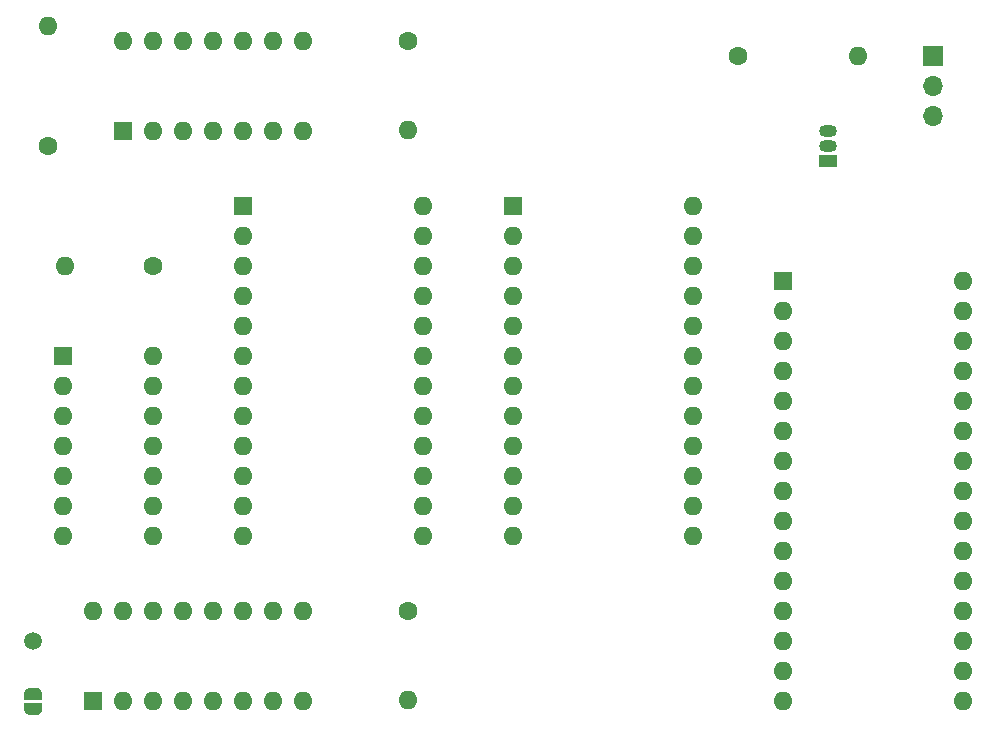
<source format=gbr>
%TF.GenerationSoftware,KiCad,Pcbnew,(5.1.9)-1*%
%TF.CreationDate,2021-04-24T11:27:16-04:00*%
%TF.ProjectId,io_i2c,696f5f69-3263-42e6-9b69-6361645f7063,rev?*%
%TF.SameCoordinates,Original*%
%TF.FileFunction,Soldermask,Top*%
%TF.FilePolarity,Negative*%
%FSLAX46Y46*%
G04 Gerber Fmt 4.6, Leading zero omitted, Abs format (unit mm)*
G04 Created by KiCad (PCBNEW (5.1.9)-1) date 2021-04-24 11:27:16*
%MOMM*%
%LPD*%
G01*
G04 APERTURE LIST*
%ADD10O,1.600000X1.600000*%
%ADD11R,1.600000X1.600000*%
%ADD12C,1.500000*%
%ADD13C,0.100000*%
%ADD14C,1.600000*%
%ADD15O,1.700000X1.700000*%
%ADD16R,1.700000X1.700000*%
%ADD17R,1.500000X1.050000*%
%ADD18O,1.500000X1.050000*%
G04 APERTURE END LIST*
D10*
%TO.C,U4*%
X46990000Y-90170000D03*
X64770000Y-97790000D03*
X49530000Y-90170000D03*
X62230000Y-97790000D03*
X52070000Y-90170000D03*
X59690000Y-97790000D03*
X54610000Y-90170000D03*
X57150000Y-97790000D03*
X57150000Y-90170000D03*
X54610000Y-97790000D03*
X59690000Y-90170000D03*
X52070000Y-97790000D03*
X62230000Y-90170000D03*
X49530000Y-97790000D03*
X64770000Y-90170000D03*
D11*
X46990000Y-97790000D03*
%TD*%
D12*
%TO.C,TP1*%
X41910000Y-92710000D03*
%TD*%
D13*
%TO.C,JP1*%
G36*
X41160000Y-97640000D02*
G01*
X41160000Y-97140000D01*
X41160602Y-97140000D01*
X41160602Y-97115466D01*
X41165412Y-97066635D01*
X41174984Y-97018510D01*
X41189228Y-96971555D01*
X41208005Y-96926222D01*
X41231136Y-96882949D01*
X41258396Y-96842150D01*
X41289524Y-96804221D01*
X41324221Y-96769524D01*
X41362150Y-96738396D01*
X41402949Y-96711136D01*
X41446222Y-96688005D01*
X41491555Y-96669228D01*
X41538510Y-96654984D01*
X41586635Y-96645412D01*
X41635466Y-96640602D01*
X41660000Y-96640602D01*
X41660000Y-96640000D01*
X42160000Y-96640000D01*
X42160000Y-96640602D01*
X42184534Y-96640602D01*
X42233365Y-96645412D01*
X42281490Y-96654984D01*
X42328445Y-96669228D01*
X42373778Y-96688005D01*
X42417051Y-96711136D01*
X42457850Y-96738396D01*
X42495779Y-96769524D01*
X42530476Y-96804221D01*
X42561604Y-96842150D01*
X42588864Y-96882949D01*
X42611995Y-96926222D01*
X42630772Y-96971555D01*
X42645016Y-97018510D01*
X42654588Y-97066635D01*
X42659398Y-97115466D01*
X42659398Y-97140000D01*
X42660000Y-97140000D01*
X42660000Y-97640000D01*
X41160000Y-97640000D01*
G37*
G36*
X42659398Y-98440000D02*
G01*
X42659398Y-98464534D01*
X42654588Y-98513365D01*
X42645016Y-98561490D01*
X42630772Y-98608445D01*
X42611995Y-98653778D01*
X42588864Y-98697051D01*
X42561604Y-98737850D01*
X42530476Y-98775779D01*
X42495779Y-98810476D01*
X42457850Y-98841604D01*
X42417051Y-98868864D01*
X42373778Y-98891995D01*
X42328445Y-98910772D01*
X42281490Y-98925016D01*
X42233365Y-98934588D01*
X42184534Y-98939398D01*
X42160000Y-98939398D01*
X42160000Y-98940000D01*
X41660000Y-98940000D01*
X41660000Y-98939398D01*
X41635466Y-98939398D01*
X41586635Y-98934588D01*
X41538510Y-98925016D01*
X41491555Y-98910772D01*
X41446222Y-98891995D01*
X41402949Y-98868864D01*
X41362150Y-98841604D01*
X41324221Y-98810476D01*
X41289524Y-98775779D01*
X41258396Y-98737850D01*
X41231136Y-98697051D01*
X41208005Y-98653778D01*
X41189228Y-98608445D01*
X41174984Y-98561490D01*
X41165412Y-98513365D01*
X41160602Y-98464534D01*
X41160602Y-98440000D01*
X41160000Y-98440000D01*
X41160000Y-97940000D01*
X42660000Y-97940000D01*
X42660000Y-98440000D01*
X42659398Y-98440000D01*
G37*
%TD*%
D10*
%TO.C,U1*%
X97790000Y-55880000D03*
X82550000Y-83820000D03*
X97790000Y-58420000D03*
X82550000Y-81280000D03*
X97790000Y-60960000D03*
X82550000Y-78740000D03*
X97790000Y-63500000D03*
X82550000Y-76200000D03*
X97790000Y-66040000D03*
X82550000Y-73660000D03*
X97790000Y-68580000D03*
X82550000Y-71120000D03*
X97790000Y-71120000D03*
X82550000Y-68580000D03*
X97790000Y-73660000D03*
X82550000Y-66040000D03*
X97790000Y-76200000D03*
X82550000Y-63500000D03*
X97790000Y-78740000D03*
X82550000Y-60960000D03*
X97790000Y-81280000D03*
X82550000Y-58420000D03*
X97790000Y-83820000D03*
D11*
X82550000Y-55880000D03*
%TD*%
D10*
%TO.C,C3*%
X44570000Y-60960000D03*
D14*
X52070000Y-60960000D03*
%TD*%
D10*
%TO.C,C2*%
X73660000Y-97670000D03*
D14*
X73660000Y-90170000D03*
%TD*%
D10*
%TO.C,C1*%
X73660000Y-49410000D03*
D14*
X73660000Y-41910000D03*
%TD*%
D10*
%TO.C,R1*%
X111760000Y-43180000D03*
D14*
X101600000Y-43180000D03*
%TD*%
D10*
%TO.C,R2*%
X43180000Y-40640000D03*
D14*
X43180000Y-50800000D03*
%TD*%
D15*
%TO.C,J2*%
X118110000Y-48260000D03*
X118110000Y-45720000D03*
D16*
X118110000Y-43180000D03*
%TD*%
D17*
%TO.C,Q1*%
X109220000Y-52070000D03*
D18*
X109220000Y-49530000D03*
X109220000Y-50800000D03*
%TD*%
D10*
%TO.C,U3*%
X52070000Y-68580000D03*
X44450000Y-83820000D03*
X52070000Y-71120000D03*
X44450000Y-81280000D03*
X52070000Y-73660000D03*
X44450000Y-78740000D03*
X52070000Y-76200000D03*
X44450000Y-76200000D03*
X52070000Y-78740000D03*
X44450000Y-73660000D03*
X52070000Y-81280000D03*
X44450000Y-71120000D03*
X52070000Y-83820000D03*
D11*
X44450000Y-68580000D03*
%TD*%
D10*
%TO.C,U2*%
X49530000Y-41910000D03*
X64770000Y-49530000D03*
X52070000Y-41910000D03*
X62230000Y-49530000D03*
X54610000Y-41910000D03*
X59690000Y-49530000D03*
X57150000Y-41910000D03*
X57150000Y-49530000D03*
X59690000Y-41910000D03*
X54610000Y-49530000D03*
X62230000Y-41910000D03*
X52070000Y-49530000D03*
X64770000Y-41910000D03*
D11*
X49530000Y-49530000D03*
%TD*%
D10*
%TO.C,J1*%
X74930000Y-55880000D03*
X59690000Y-83820000D03*
X74930000Y-58420000D03*
X59690000Y-81280000D03*
X74930000Y-60960000D03*
X59690000Y-78740000D03*
X74930000Y-63500000D03*
X59690000Y-76200000D03*
X74930000Y-66040000D03*
X59690000Y-73660000D03*
X74930000Y-68580000D03*
X59690000Y-71120000D03*
X74930000Y-71120000D03*
X59690000Y-68580000D03*
X74930000Y-73660000D03*
X59690000Y-66040000D03*
X74930000Y-76200000D03*
X59690000Y-63500000D03*
X74930000Y-78740000D03*
X59690000Y-60960000D03*
X74930000Y-81280000D03*
X59690000Y-58420000D03*
X74930000Y-83820000D03*
D11*
X59690000Y-55880000D03*
%TD*%
D10*
%TO.C,A1*%
X120650000Y-97790000D03*
X105410000Y-97790000D03*
X120650000Y-62230000D03*
X105410000Y-95250000D03*
X120650000Y-64770000D03*
X105410000Y-92710000D03*
X120650000Y-67310000D03*
X105410000Y-90170000D03*
X120650000Y-69850000D03*
X105410000Y-87630000D03*
X120650000Y-72390000D03*
X105410000Y-85090000D03*
X120650000Y-74930000D03*
X105410000Y-82550000D03*
X120650000Y-77470000D03*
X105410000Y-80010000D03*
X120650000Y-80010000D03*
X105410000Y-77470000D03*
X120650000Y-82550000D03*
X105410000Y-74930000D03*
X120650000Y-85090000D03*
X105410000Y-72390000D03*
X120650000Y-87630000D03*
X105410000Y-69850000D03*
X120650000Y-90170000D03*
X105410000Y-67310000D03*
X120650000Y-92710000D03*
X105410000Y-64770000D03*
X120650000Y-95250000D03*
D11*
X105410000Y-62230000D03*
%TD*%
M02*

</source>
